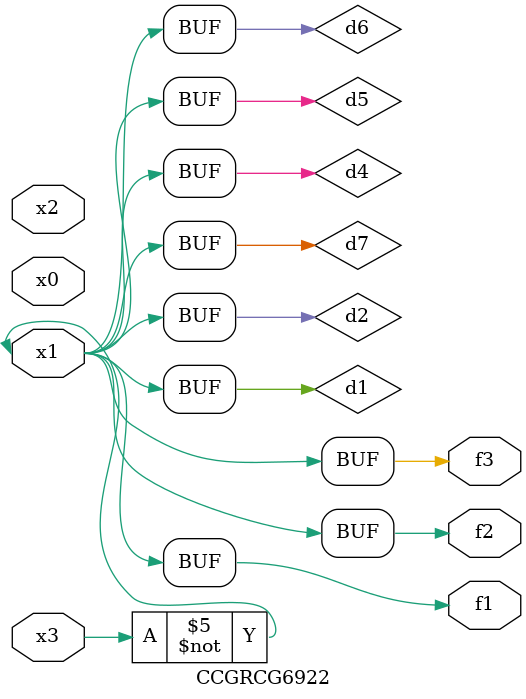
<source format=v>
module CCGRCG6922(
	input x0, x1, x2, x3,
	output f1, f2, f3
);

	wire d1, d2, d3, d4, d5, d6, d7;

	not (d1, x3);
	buf (d2, x1);
	xnor (d3, d1, d2);
	nor (d4, d1);
	buf (d5, d1, d2);
	buf (d6, d4, d5);
	nand (d7, d4);
	assign f1 = d6;
	assign f2 = d7;
	assign f3 = d6;
endmodule

</source>
